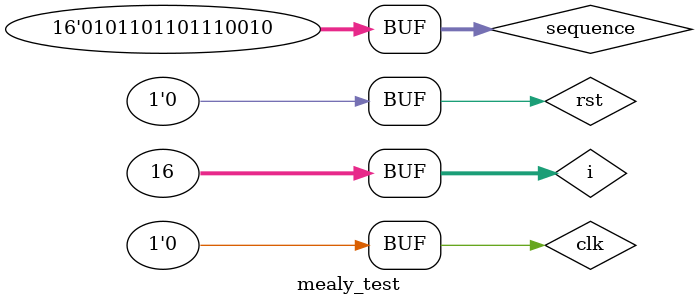
<source format=v>
`include "q2.v"
module mealy_test;
reg  clk, rst, inp;
wire outp;
reg[15:0] sequence;
integer i;
q2 duty( clk, rst, inp, outp);
initial
begin
clk = 0;
rst = 1;
sequence = 16'b0101_1011_0111_0010;
#5 rst = 0;
for( i = 0; i <= 15; i = i + 1)
begin
inp = sequence[i];
#2 clk = 1;
#2 clk = 0;
$display("State = ", duty.state, " Input = ", inp, ", Output = ",
outp);
end
testing;
end
task testing;
for( i = 0; i <= 15; i = i + 1)
begin
inp = $random % 2;
#2 clk = 1;
#2 clk = 0;
$display("State = ", duty.state, " Input = ", inp, ", Output = ", outp);
end
endtask
endmodule

</source>
